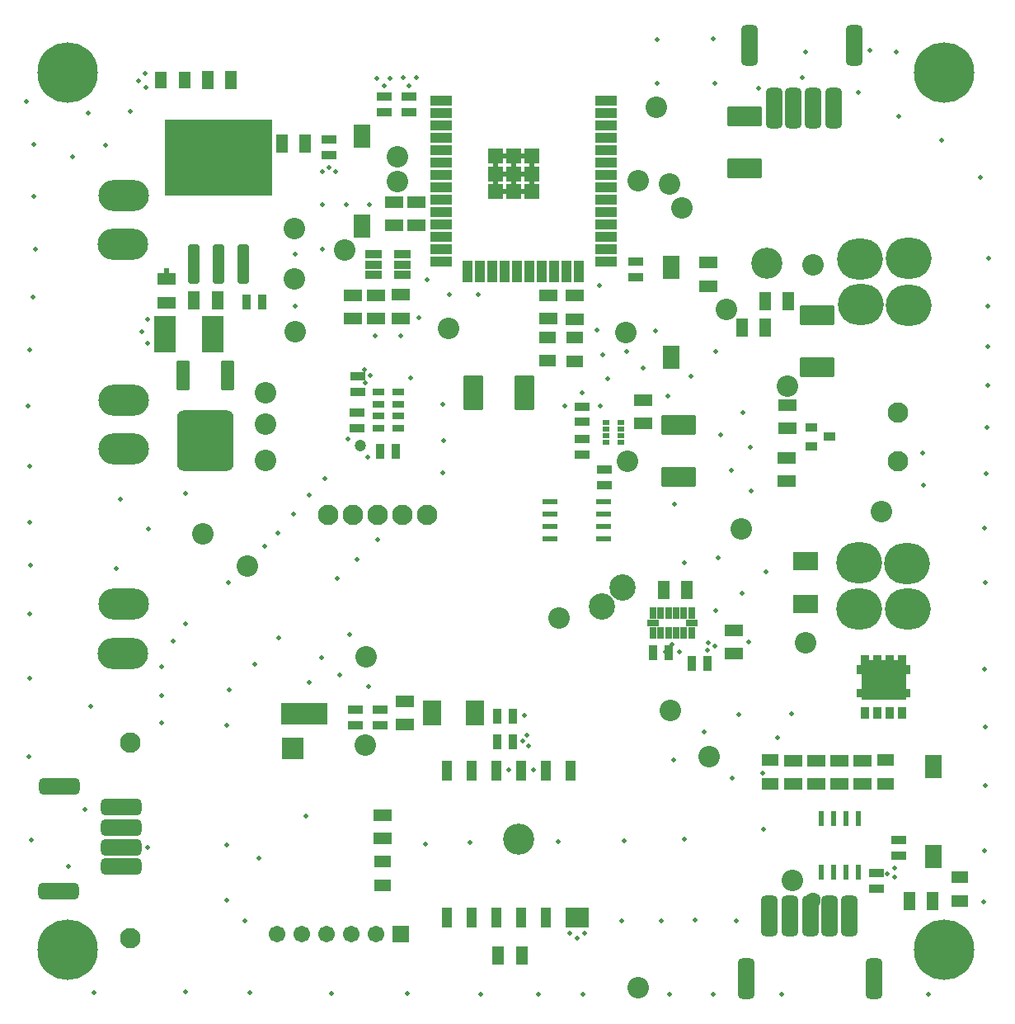
<source format=gts>
G04*
G04 #@! TF.GenerationSoftware,Altium Limited,Altium Designer,22.9.1 (49)*
G04*
G04 Layer_Color=8388736*
%FSLAX25Y25*%
%MOIN*%
G70*
G04*
G04 #@! TF.SameCoordinates,F91FD0B8-2741-413C-87D7-DF85A8DA950D*
G04*
G04*
G04 #@! TF.FilePolarity,Negative*
G04*
G01*
G75*
%ADD16R,0.04724X0.07087*%
%ADD17R,0.07087X0.04724*%
G04:AMPARAMS|DCode=46|XSize=67.06mil|YSize=165.48mil|CornerRadius=18.76mil|HoleSize=0mil|Usage=FLASHONLY|Rotation=180.000|XOffset=0mil|YOffset=0mil|HoleType=Round|Shape=RoundedRectangle|*
%AMROUNDEDRECTD46*
21,1,0.06706,0.12795,0,0,180.0*
21,1,0.02953,0.16548,0,0,180.0*
1,1,0.03753,-0.01476,0.06398*
1,1,0.03753,0.01476,0.06398*
1,1,0.03753,0.01476,-0.06398*
1,1,0.03753,-0.01476,-0.06398*
%
%ADD46ROUNDEDRECTD46*%
%ADD47R,0.05118X0.07480*%
%ADD48R,0.07480X0.05118*%
%ADD49R,0.07099X0.09383*%
%ADD50R,0.03543X0.05906*%
%ADD51R,0.04540X0.03162*%
%ADD52R,0.03162X0.04540*%
%ADD53R,0.04724X0.03543*%
%ADD54R,0.10236X0.07480*%
%ADD55R,0.05906X0.03543*%
%ADD56R,0.02362X0.06299*%
%ADD57R,0.02769X0.02178*%
%ADD58R,0.06299X0.02362*%
%ADD59R,0.07480X0.10236*%
%ADD60R,0.07099X0.03556*%
%ADD61R,0.08674X0.04343*%
%ADD62R,0.06036X0.06036*%
%ADD63R,0.04343X0.08674*%
G04:AMPARAMS|DCode=64|XSize=248.16mil|YSize=229.65mil|CornerRadius=31.71mil|HoleSize=0mil|Usage=FLASHONLY|Rotation=270.000|XOffset=0mil|YOffset=0mil|HoleType=Round|Shape=RoundedRectangle|*
%AMROUNDEDRECTD64*
21,1,0.24816,0.16624,0,0,270.0*
21,1,0.18474,0.22965,0,0,270.0*
1,1,0.06341,-0.08312,-0.09237*
1,1,0.06341,-0.08312,0.09237*
1,1,0.06341,0.08312,0.09237*
1,1,0.06341,0.08312,-0.09237*
%
%ADD64ROUNDEDRECTD64*%
G04:AMPARAMS|DCode=65|XSize=119.42mil|YSize=56.03mil|CornerRadius=10mil|HoleSize=0mil|Usage=FLASHONLY|Rotation=270.000|XOffset=0mil|YOffset=0mil|HoleType=Round|Shape=RoundedRectangle|*
%AMROUNDEDRECTD65*
21,1,0.11942,0.03602,0,0,270.0*
21,1,0.09941,0.05603,0,0,270.0*
1,1,0.02001,-0.01801,-0.04970*
1,1,0.02001,-0.01801,0.04970*
1,1,0.02001,0.01801,0.04970*
1,1,0.02001,0.01801,-0.04970*
%
%ADD65ROUNDEDRECTD65*%
%ADD66R,0.08950X0.14619*%
%ADD67R,0.43477X0.30800*%
G04:AMPARAMS|DCode=68|XSize=157.21mil|YSize=46.98mil|CornerRadius=8.87mil|HoleSize=0mil|Usage=FLASHONLY|Rotation=90.000|XOffset=0mil|YOffset=0mil|HoleType=Round|Shape=RoundedRectangle|*
%AMROUNDEDRECTD68*
21,1,0.15721,0.02923,0,0,90.0*
21,1,0.13947,0.04698,0,0,90.0*
1,1,0.01774,0.01462,0.06973*
1,1,0.01774,0.01462,-0.06973*
1,1,0.01774,-0.01462,-0.06973*
1,1,0.01774,-0.01462,0.06973*
%
%ADD68ROUNDEDRECTD68*%
%ADD69R,0.18517X0.08674*%
%ADD70R,0.08674X0.08674*%
G04:AMPARAMS|DCode=71|XSize=67.06mil|YSize=165.48mil|CornerRadius=18.76mil|HoleSize=0mil|Usage=FLASHONLY|Rotation=90.000|XOffset=0mil|YOffset=0mil|HoleType=Round|Shape=RoundedRectangle|*
%AMROUNDEDRECTD71*
21,1,0.06706,0.12795,0,0,90.0*
21,1,0.02953,0.16548,0,0,90.0*
1,1,0.03753,0.06398,0.01476*
1,1,0.03753,0.06398,-0.01476*
1,1,0.03753,-0.06398,-0.01476*
1,1,0.03753,-0.06398,0.01476*
%
%ADD71ROUNDEDRECTD71*%
G04:AMPARAMS|DCode=72|XSize=82.8mil|YSize=140.68mil|CornerRadius=6.62mil|HoleSize=0mil|Usage=FLASHONLY|Rotation=90.000|XOffset=0mil|YOffset=0mil|HoleType=Round|Shape=RoundedRectangle|*
%AMROUNDEDRECTD72*
21,1,0.08280,0.12744,0,0,90.0*
21,1,0.06957,0.14068,0,0,90.0*
1,1,0.01324,0.06372,0.03478*
1,1,0.01324,0.06372,-0.03478*
1,1,0.01324,-0.06372,-0.03478*
1,1,0.01324,-0.06372,0.03478*
%
%ADD72ROUNDEDRECTD72*%
G04:AMPARAMS|DCode=73|XSize=82.8mil|YSize=140.68mil|CornerRadius=6.62mil|HoleSize=0mil|Usage=FLASHONLY|Rotation=0.000|XOffset=0mil|YOffset=0mil|HoleType=Round|Shape=RoundedRectangle|*
%AMROUNDEDRECTD73*
21,1,0.08280,0.12744,0,0,0.0*
21,1,0.06957,0.14068,0,0,0.0*
1,1,0.01324,0.03478,-0.06372*
1,1,0.01324,-0.03478,-0.06372*
1,1,0.01324,-0.03478,0.06372*
1,1,0.01324,0.03478,0.06372*
%
%ADD73ROUNDEDRECTD73*%
%ADD74R,0.09252X0.08268*%
%ADD75R,0.04331X0.08268*%
%ADD76R,0.03241X0.04501*%
%ADD77C,0.08268*%
%ADD78R,0.06706X0.06706*%
%ADD79C,0.06706*%
%ADD80C,0.02375*%
%ADD81O,0.20485X0.12611*%
%ADD82O,0.18517X0.16548*%
%ADD83C,0.01981*%
%ADD84C,0.06312*%
%ADD85C,0.24422*%
%ADD86C,0.08674*%
%ADD87C,0.04737*%
%ADD88C,0.12611*%
%ADD89C,0.10642*%
G36*
X358756Y134882D02*
X360522D01*
Y131342D01*
X358756D01*
Y125236D01*
X360525D01*
Y121689D01*
X358756D01*
Y120899D01*
X340634D01*
Y121688D01*
X338862D01*
Y125236D01*
X340634D01*
Y131340D01*
X338862D01*
Y134882D01*
X340634D01*
Y136850D01*
X358756D01*
Y134882D01*
D02*
G37*
D16*
X57598Y371083D02*
D03*
X67047D02*
D03*
D17*
X224780Y257598D02*
D03*
Y267047D02*
D03*
X213917Y257689D02*
D03*
Y267138D02*
D03*
X350453Y96358D02*
D03*
Y86910D02*
D03*
X303709Y96354D02*
D03*
Y86905D02*
D03*
X380559Y39630D02*
D03*
Y49079D02*
D03*
X147209Y46000D02*
D03*
Y55449D02*
D03*
D46*
X303512Y33492D02*
D03*
X335697D02*
D03*
X327941D02*
D03*
X320028D02*
D03*
X311799D02*
D03*
X345776Y8098D02*
D03*
X294102D02*
D03*
X305433Y359846D02*
D03*
X313189D02*
D03*
X321102D02*
D03*
X329331D02*
D03*
X295354Y385240D02*
D03*
X337913Y385043D02*
D03*
D47*
X311260Y281787D02*
D03*
X301811D02*
D03*
X301748Y271284D02*
D03*
X292299D02*
D03*
X270220Y165075D02*
D03*
X260772D02*
D03*
X369508Y39618D02*
D03*
X360059D02*
D03*
X193835Y17500D02*
D03*
X203283D02*
D03*
X70909Y282260D02*
D03*
X80358D02*
D03*
X85728Y371248D02*
D03*
X76279D02*
D03*
X115736Y345563D02*
D03*
X106287D02*
D03*
D48*
X278941Y287968D02*
D03*
Y297417D02*
D03*
X224685Y284083D02*
D03*
Y274634D02*
D03*
X214008Y284177D02*
D03*
Y274728D02*
D03*
X310606Y218563D02*
D03*
Y209114D02*
D03*
X310622Y239815D02*
D03*
Y230366D02*
D03*
X331933Y96280D02*
D03*
Y86831D02*
D03*
X341090Y86843D02*
D03*
Y96291D02*
D03*
X322543Y96280D02*
D03*
Y86831D02*
D03*
X313090Y96256D02*
D03*
Y86807D02*
D03*
X252524Y232350D02*
D03*
Y241799D02*
D03*
X155980Y110685D02*
D03*
Y120134D02*
D03*
X147221Y64728D02*
D03*
Y74177D02*
D03*
X154469Y284390D02*
D03*
Y274941D02*
D03*
X144504Y284303D02*
D03*
Y274854D02*
D03*
X135244Y284213D02*
D03*
Y274764D02*
D03*
X151665Y321949D02*
D03*
Y312500D02*
D03*
X160630Y312539D02*
D03*
Y321988D02*
D03*
X59709Y281264D02*
D03*
Y290713D02*
D03*
X289201Y139488D02*
D03*
Y148937D02*
D03*
D49*
X263898Y259134D02*
D03*
Y295354D02*
D03*
X369646Y93768D02*
D03*
Y57547D02*
D03*
X138784Y312150D02*
D03*
Y348370D02*
D03*
D50*
X262653Y139764D02*
D03*
X256354D02*
D03*
X278437Y135512D02*
D03*
X272138D02*
D03*
X193472Y114138D02*
D03*
X199772D02*
D03*
X193378Y103996D02*
D03*
X199677D02*
D03*
X146118Y221252D02*
D03*
X152417D02*
D03*
X92067Y281492D02*
D03*
X98366D02*
D03*
D51*
X272087Y151906D02*
D03*
X256339D02*
D03*
X145461Y245185D02*
D03*
Y240264D02*
D03*
Y235343D02*
D03*
Y230421D02*
D03*
X153335D02*
D03*
Y235343D02*
D03*
Y240264D02*
D03*
Y245185D02*
D03*
D52*
X256339Y147968D02*
D03*
X259488D02*
D03*
X262638D02*
D03*
X265787D02*
D03*
X268937D02*
D03*
X272087D02*
D03*
Y155842D02*
D03*
X268937D02*
D03*
X265787D02*
D03*
X262638D02*
D03*
X259488D02*
D03*
X256339D02*
D03*
D53*
X327819Y227016D02*
D03*
X320339Y223276D02*
D03*
Y230756D02*
D03*
D54*
X318181Y159583D02*
D03*
Y176906D02*
D03*
D55*
X355720Y57717D02*
D03*
Y64016D02*
D03*
X346744Y44417D02*
D03*
Y50717D02*
D03*
X227858Y233035D02*
D03*
Y239335D02*
D03*
X227811Y226067D02*
D03*
Y219768D02*
D03*
X236854Y207559D02*
D03*
Y213858D02*
D03*
X146000Y110634D02*
D03*
Y116933D02*
D03*
X136126Y110591D02*
D03*
Y116890D02*
D03*
X137016Y245256D02*
D03*
Y251555D02*
D03*
X136779Y236858D02*
D03*
Y230559D02*
D03*
X125543Y347087D02*
D03*
Y340787D02*
D03*
X157866Y358106D02*
D03*
Y364405D02*
D03*
X147736Y358146D02*
D03*
Y364445D02*
D03*
X249429Y291598D02*
D03*
Y297898D02*
D03*
D56*
X339472Y72760D02*
D03*
X334472D02*
D03*
X329472D02*
D03*
X324472D02*
D03*
Y51106D02*
D03*
X329472D02*
D03*
X334472D02*
D03*
X339472D02*
D03*
D57*
X243606Y230126D02*
D03*
X237307D02*
D03*
Y227567D02*
D03*
Y232685D02*
D03*
X243606D02*
D03*
X237307Y225008D02*
D03*
X243606Y227567D02*
D03*
Y225008D02*
D03*
D58*
X214906Y200988D02*
D03*
Y195988D02*
D03*
Y190988D02*
D03*
Y185988D02*
D03*
X236559D02*
D03*
Y190988D02*
D03*
Y195988D02*
D03*
Y200988D02*
D03*
D59*
X184476Y115559D02*
D03*
X167154D02*
D03*
D60*
X143409Y300795D02*
D03*
Y296661D02*
D03*
Y292527D02*
D03*
X155220Y300795D02*
D03*
Y296661D02*
D03*
Y292527D02*
D03*
D61*
X170636Y337795D02*
D03*
X237565Y362795D02*
D03*
Y357795D02*
D03*
Y352795D02*
D03*
Y347795D02*
D03*
Y342795D02*
D03*
Y337795D02*
D03*
Y332795D02*
D03*
Y327795D02*
D03*
Y322795D02*
D03*
Y317795D02*
D03*
Y312795D02*
D03*
Y307795D02*
D03*
Y302795D02*
D03*
Y297795D02*
D03*
X170636D02*
D03*
Y302795D02*
D03*
Y307795D02*
D03*
Y312795D02*
D03*
Y317795D02*
D03*
Y322795D02*
D03*
Y327795D02*
D03*
Y332795D02*
D03*
Y342795D02*
D03*
Y347795D02*
D03*
Y352795D02*
D03*
Y357795D02*
D03*
Y362795D02*
D03*
D62*
X207388Y326043D02*
D03*
X200163D02*
D03*
X192939D02*
D03*
X207388Y333268D02*
D03*
X200163D02*
D03*
X192939D02*
D03*
X207388Y340492D02*
D03*
X200163D02*
D03*
X192939D02*
D03*
D63*
X226600Y293858D02*
D03*
X221600D02*
D03*
X216600D02*
D03*
X211600D02*
D03*
X206600D02*
D03*
X201600D02*
D03*
X196600D02*
D03*
X191600D02*
D03*
X186600D02*
D03*
X181600D02*
D03*
D64*
X75394Y225650D02*
D03*
D65*
X66378Y251831D02*
D03*
X84409D02*
D03*
D66*
X58984Y268669D02*
D03*
X78441D02*
D03*
D67*
X80661Y339697D02*
D03*
D68*
X90661Y296862D02*
D03*
X80661D02*
D03*
X70661D02*
D03*
D69*
X115551Y115161D02*
D03*
D70*
X110630Y101185D02*
D03*
D71*
X41581Y53480D02*
D03*
Y61236D02*
D03*
Y69150D02*
D03*
Y77378D02*
D03*
X16187Y43402D02*
D03*
X16384Y85961D02*
D03*
D72*
X293595Y335669D02*
D03*
Y356614D02*
D03*
X322866Y255323D02*
D03*
Y276268D02*
D03*
X266634Y210780D02*
D03*
Y231724D02*
D03*
D73*
X183622Y244795D02*
D03*
X204567D02*
D03*
D74*
X225709Y32953D02*
D03*
D75*
X213268Y92205D02*
D03*
X203268D02*
D03*
X193268D02*
D03*
X183268D02*
D03*
X173268D02*
D03*
Y32953D02*
D03*
X183268D02*
D03*
X193268D02*
D03*
X203268D02*
D03*
X213268D02*
D03*
X223268Y92205D02*
D03*
D76*
X342189Y136476D02*
D03*
X347189D02*
D03*
X352189D02*
D03*
X357189D02*
D03*
X342189Y115571D02*
D03*
X347189D02*
D03*
X352189D02*
D03*
X357189D02*
D03*
D77*
X45205Y103390D02*
D03*
Y24650D02*
D03*
X355382Y217142D02*
D03*
Y236827D02*
D03*
X165173Y195634D02*
D03*
X155173D02*
D03*
X145173D02*
D03*
X135173D02*
D03*
X125173D02*
D03*
D78*
X154413Y26055D02*
D03*
D79*
X144413D02*
D03*
X134413D02*
D03*
X124413D02*
D03*
X114413D02*
D03*
X104413D02*
D03*
D80*
X203776Y326043D02*
D03*
X196551D02*
D03*
X207388Y329656D02*
D03*
X200163D02*
D03*
X192939D02*
D03*
X203776Y333268D02*
D03*
X196551D02*
D03*
X207388Y336880D02*
D03*
X200163D02*
D03*
X192939D02*
D03*
X203776Y340492D02*
D03*
X196551D02*
D03*
X59728Y294236D02*
D03*
X373780Y364898D02*
D03*
X365079Y373839D02*
D03*
X374079Y382720D02*
D03*
X382953Y374193D02*
D03*
Y19862D02*
D03*
X28622Y374193D02*
D03*
X374079Y28390D02*
D03*
X365079Y19508D02*
D03*
X373780Y10567D02*
D03*
X19748Y382720D02*
D03*
X10748Y373839D02*
D03*
X19449Y364898D02*
D03*
Y10567D02*
D03*
X10748Y19508D02*
D03*
X19748Y28390D02*
D03*
X28390Y19626D02*
D03*
D81*
X42347Y159354D02*
D03*
X42189Y139630D02*
D03*
X42339Y222228D02*
D03*
X42496Y241953D02*
D03*
X42260Y304681D02*
D03*
X42417Y324406D02*
D03*
D82*
X340090Y298843D02*
D03*
X359776Y299039D02*
D03*
Y280142D02*
D03*
X340484Y280535D02*
D03*
X359413Y157539D02*
D03*
X339728Y157343D02*
D03*
Y176240D02*
D03*
X359020Y175847D02*
D03*
D83*
X354181Y49091D02*
D03*
X354276Y52791D02*
D03*
X351146Y50417D02*
D03*
X264213Y143142D02*
D03*
X266965Y140284D02*
D03*
X261496Y140272D02*
D03*
X290020Y31421D02*
D03*
X259846D02*
D03*
X141252Y218882D02*
D03*
X142098Y251724D02*
D03*
X139996Y248772D02*
D03*
X171555Y212516D02*
D03*
X28976Y118205D02*
D03*
X164319Y62590D02*
D03*
X182559Y63106D02*
D03*
X97016Y56941D02*
D03*
X234756Y288276D02*
D03*
X365543Y220595D02*
D03*
X365882Y207602D02*
D03*
X392224Y299205D02*
D03*
X391701Y279693D02*
D03*
X277035Y107839D02*
D03*
X264653Y96531D02*
D03*
X288342Y89264D02*
D03*
X306913Y105413D02*
D03*
X312299Y115106D02*
D03*
X291032Y114839D02*
D03*
X41024Y201969D02*
D03*
X39453Y173736D02*
D03*
X67425Y204193D02*
D03*
X52524Y189945D02*
D03*
X161661Y275177D02*
D03*
X165032Y290646D02*
D03*
X174232Y284543D02*
D03*
X185630Y284594D02*
D03*
X281854Y261496D02*
D03*
X271614Y251413D02*
D03*
X262390Y243441D02*
D03*
X227681Y244847D02*
D03*
X235264Y239453D02*
D03*
X220646Y239374D02*
D03*
X233858Y270173D02*
D03*
X257386Y269705D02*
D03*
X245740Y261421D02*
D03*
X252461Y255008D02*
D03*
X238079Y250476D02*
D03*
X236126Y260012D02*
D03*
X141488Y126020D02*
D03*
X117402Y127681D02*
D03*
X129740Y130768D02*
D03*
X122504Y137768D02*
D03*
X133689Y147079D02*
D03*
X91484Y31496D02*
D03*
X84016Y39898D02*
D03*
Y62295D02*
D03*
X116213Y73961D02*
D03*
X3213Y362642D02*
D03*
X21724Y340039D02*
D03*
X44969Y358551D02*
D03*
X27965Y357689D02*
D03*
X35067Y344776D02*
D03*
X122653Y302764D02*
D03*
X132429Y320917D02*
D03*
X141831D02*
D03*
X122653D02*
D03*
X158579Y250902D02*
D03*
X171721Y225480D02*
D03*
X171343Y240185D02*
D03*
X296153Y205224D02*
D03*
X283787Y227850D02*
D03*
X292681Y236744D02*
D03*
X295890Y222854D02*
D03*
X288142Y213504D02*
D03*
X265165Y199878D02*
D03*
X282736Y178150D02*
D03*
X301949Y172661D02*
D03*
X294996Y144118D02*
D03*
X281638Y156925D02*
D03*
X268831Y165709D02*
D03*
X269012Y176323D02*
D03*
X292433Y163878D02*
D03*
X300665Y91240D02*
D03*
X301217Y68366D02*
D03*
X218000Y63465D02*
D03*
X243937Y31539D02*
D03*
X244740Y63839D02*
D03*
X269272Y64441D02*
D03*
X273520Y31776D02*
D03*
X228768Y26449D02*
D03*
X222634Y26457D02*
D03*
X225709Y24563D02*
D03*
X198059Y92378D02*
D03*
X208024D02*
D03*
X204445Y114457D02*
D03*
X206232Y102047D02*
D03*
X205516Y106642D02*
D03*
X203665Y104134D02*
D03*
X139803Y254339D02*
D03*
X160843Y372146D02*
D03*
X155583D02*
D03*
X149949Y371713D02*
D03*
X144634Y371850D02*
D03*
X157823Y368953D02*
D03*
X147669D02*
D03*
X367905Y1886D02*
D03*
X308480Y1689D02*
D03*
X280842D02*
D03*
X263016D02*
D03*
X228213Y1705D02*
D03*
X210008Y1874D02*
D03*
X4303Y215051D02*
D03*
X3827Y239472D02*
D03*
X390724Y168189D02*
D03*
X258236Y369961D02*
D03*
X281319Y369685D02*
D03*
X339512Y366161D02*
D03*
X299000Y367681D02*
D03*
X316752Y372031D02*
D03*
X388874Y331748D02*
D03*
X373185Y346917D02*
D03*
X355716Y356539D02*
D03*
X354701Y382618D02*
D03*
X344020Y383035D02*
D03*
X318244Y382618D02*
D03*
X280787Y387677D02*
D03*
X258161Y387374D02*
D03*
X391657Y263547D02*
D03*
Y247783D02*
D03*
X391445Y230957D02*
D03*
X391161Y212213D02*
D03*
X390591Y190201D02*
D03*
X390335Y133035D02*
D03*
X390819Y109713D02*
D03*
X390614Y86232D02*
D03*
X390535Y59850D02*
D03*
X390213Y39051D02*
D03*
X52276Y61319D02*
D03*
X4209Y97693D02*
D03*
X4303Y129402D02*
D03*
X4339Y155354D02*
D03*
X4654Y175169D02*
D03*
X4303Y192433D02*
D03*
Y262280D02*
D03*
X5713Y283563D02*
D03*
X6780Y302760D02*
D03*
X6071Y324236D02*
D03*
X6055Y345165D02*
D03*
X93327Y2374D02*
D03*
X186917Y1791D02*
D03*
X67532Y2772D02*
D03*
X30476Y2626D02*
D03*
X157224Y2173D02*
D03*
X126567Y2276D02*
D03*
X26874Y76587D02*
D03*
X20165Y53614D02*
D03*
X5075Y64153D02*
D03*
X84071Y110508D02*
D03*
X85028Y124752D02*
D03*
X95362Y135087D02*
D03*
X105004Y145902D02*
D03*
X128898Y169772D02*
D03*
X136736Y177465D02*
D03*
X145031Y185531D02*
D03*
X133228Y226307D02*
D03*
X154445Y267917D02*
D03*
X144244D02*
D03*
X128213Y334221D02*
D03*
X122634D02*
D03*
X125465Y335831D02*
D03*
X67402Y151618D02*
D03*
X62468Y144673D02*
D03*
X57902Y134260D02*
D03*
X57721Y122382D02*
D03*
Y111421D02*
D03*
X84760Y168063D02*
D03*
X99378Y182862D02*
D03*
X104858Y188342D02*
D03*
X111071Y195835D02*
D03*
X117283Y203508D02*
D03*
X123681Y210268D02*
D03*
X49862Y269626D02*
D03*
X52157Y274590D02*
D03*
Y264799D02*
D03*
X51559Y368311D02*
D03*
X51268Y373823D02*
D03*
X48370Y370850D02*
D03*
X111665Y300716D02*
D03*
X111835Y279795D02*
D03*
X382953Y374193D02*
D03*
X374079Y382720D02*
D03*
X365079Y373839D02*
D03*
X373780Y364898D02*
D03*
X281413Y142661D02*
D03*
X278669Y143925D02*
D03*
X278583Y140965D02*
D03*
D84*
X321126Y39760D02*
D03*
D85*
X374016Y374016D02*
D03*
X19685Y19685D02*
D03*
Y374016D02*
D03*
X374016Y19685D02*
D03*
D86*
X250362Y4417D02*
D03*
X348646Y196799D02*
D03*
X246134Y217276D02*
D03*
X263394Y116654D02*
D03*
X312736Y47949D02*
D03*
X173933Y270878D02*
D03*
X245280Y269256D02*
D03*
X321122Y296429D02*
D03*
X278992Y97980D02*
D03*
X292004Y189961D02*
D03*
X218398Y153811D02*
D03*
X140563Y138075D02*
D03*
X92398Y174740D02*
D03*
X74594Y187906D02*
D03*
X153150Y330224D02*
D03*
X153091Y340012D02*
D03*
X257933Y360063D02*
D03*
X250567Y330602D02*
D03*
X263024Y329020D02*
D03*
X268146Y319472D02*
D03*
X310791Y247598D02*
D03*
X111489Y311043D02*
D03*
X111606Y290787D02*
D03*
X111835Y269378D02*
D03*
X318098Y143736D02*
D03*
X139976Y102347D02*
D03*
X286130Y278504D02*
D03*
X99945Y244937D02*
D03*
X99921Y232272D02*
D03*
X99945Y217606D02*
D03*
X131689Y302445D02*
D03*
D87*
X138272Y223461D02*
D03*
D88*
X201957Y64417D02*
D03*
X302528Y297335D02*
D03*
D89*
X235635Y158651D02*
D03*
X244039Y166209D02*
D03*
M02*

</source>
